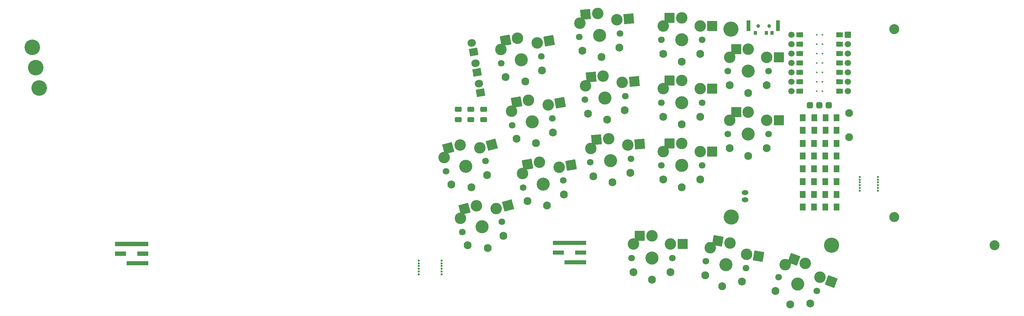
<source format=gbr>
%TF.GenerationSoftware,KiCad,Pcbnew,(6.0.8)*%
%TF.CreationDate,2023-01-01T22:00:03+01:00*%
%TF.ProjectId,rule169,72756c65-3136-4392-9e6b-696361645f70,v1.0.0*%
%TF.SameCoordinates,Original*%
%TF.FileFunction,Soldermask,Bot*%
%TF.FilePolarity,Negative*%
%FSLAX46Y46*%
G04 Gerber Fmt 4.6, Leading zero omitted, Abs format (unit mm)*
G04 Created by KiCad (PCBNEW (6.0.8)) date 2023-01-01 22:00:03*
%MOMM*%
%LPD*%
G01*
G04 APERTURE LIST*
G04 Aperture macros list*
%AMRoundRect*
0 Rectangle with rounded corners*
0 $1 Rounding radius*
0 $2 $3 $4 $5 $6 $7 $8 $9 X,Y pos of 4 corners*
0 Add a 4 corners polygon primitive as box body*
4,1,4,$2,$3,$4,$5,$6,$7,$8,$9,$2,$3,0*
0 Add four circle primitives for the rounded corners*
1,1,$1+$1,$2,$3*
1,1,$1+$1,$4,$5*
1,1,$1+$1,$6,$7*
1,1,$1+$1,$8,$9*
0 Add four rect primitives between the rounded corners*
20,1,$1+$1,$2,$3,$4,$5,0*
20,1,$1+$1,$4,$5,$6,$7,0*
20,1,$1+$1,$6,$7,$8,$9,0*
20,1,$1+$1,$8,$9,$2,$3,0*%
%AMHorizOval*
0 Thick line with rounded ends*
0 $1 width*
0 $2 $3 position (X,Y) of the first rounded end (center of the circle)*
0 $4 $5 position (X,Y) of the second rounded end (center of the circle)*
0 Add line between two ends*
20,1,$1,$2,$3,$4,$5,0*
0 Add two circle primitives to create the rounded ends*
1,1,$1,$2,$3*
1,1,$1,$4,$5*%
%AMFreePoly0*
4,1,14,0.635355,0.435355,0.650000,0.400000,0.650000,0.200000,0.635355,0.164645,0.035355,-0.435355,0.000000,-0.450000,-0.035355,-0.435355,-0.635355,0.164645,-0.650000,0.200000,-0.650000,0.400000,-0.635355,0.435355,-0.600000,0.450000,0.600000,0.450000,0.635355,0.435355,0.635355,0.435355,$1*%
%AMFreePoly1*
4,1,16,0.635355,1.035355,0.650000,1.000000,0.650000,-0.250000,0.635355,-0.285355,0.600000,-0.300000,-0.600000,-0.300000,-0.635355,-0.285355,-0.650000,-0.250000,-0.650000,1.000000,-0.635355,1.035355,-0.600000,1.050000,-0.564645,1.035355,0.000000,0.470710,0.564645,1.035355,0.600000,1.050000,0.635355,1.035355,0.635355,1.035355,$1*%
G04 Aperture macros list end*
%ADD10C,0.000000*%
%ADD11C,0.250000*%
%ADD12C,0.100000*%
%ADD13HorizOval,2.005000X-0.125071X-0.022053X0.125071X0.022053X0*%
%ADD14RoundRect,0.050000X1.228500X-0.750576X0.897700X1.125483X-1.228500X0.750576X-0.897700X-1.125483X0*%
%ADD15C,3.100000*%
%ADD16C,3.529000*%
%ADD17C,1.801800*%
%ADD18RoundRect,0.050000X-1.181751X-1.408356X1.408356X-1.181751X1.181751X1.408356X-1.408356X1.181751X0*%
%ADD19C,2.132000*%
%ADD20RoundRect,0.050000X-0.750000X0.900000X-0.750000X-0.900000X0.750000X-0.900000X0.750000X0.900000X0*%
%ADD21C,0.600000*%
%ADD22RoundRect,0.050000X-1.300000X-1.300000X1.300000X-1.300000X1.300000X1.300000X-1.300000X1.300000X0*%
%ADD23C,4.200000*%
%ADD24C,2.700000*%
%ADD25RoundRect,0.050000X-0.919239X-1.592168X1.592168X-0.919239X0.919239X1.592168X-1.592168X0.919239X0*%
%ADD26C,1.000000*%
%ADD27RoundRect,0.050000X0.350000X0.500000X-0.350000X0.500000X-0.350000X-0.500000X0.350000X-0.500000X0*%
%ADD28RoundRect,0.050000X-0.500000X1.400000X-0.500000X-1.400000X0.500000X-1.400000X0.500000X1.400000X0*%
%ADD29C,4.100000*%
%ADD30RoundRect,0.050000X-1.054507X-1.505993X1.505993X-1.054507X1.054507X1.505993X-1.505993X1.054507X0*%
%ADD31FreePoly0,270.000000*%
%ADD32RoundRect,0.050000X-0.800000X0.800000X-0.800000X-0.800000X0.800000X-0.800000X0.800000X0.800000X0*%
%ADD33C,1.700000*%
%ADD34FreePoly0,90.000000*%
%ADD35FreePoly1,90.000000*%
%ADD36FreePoly1,270.000000*%
%ADD37RoundRect,0.450000X-0.400000X-0.400000X0.400000X-0.400000X0.400000X0.400000X-0.400000X0.400000X0*%
%ADD38O,1.850000X1.300000*%
%ADD39C,2.100000*%
%ADD40RoundRect,0.050000X-1.666227X-0.776974X0.776974X-1.666227X1.666227X0.776974X-0.776974X1.666227X0*%
%ADD41RoundRect,0.050000X-1.505993X-1.054507X1.054507X-1.505993X1.505993X1.054507X-1.054507X1.505993X0*%
%ADD42RoundRect,0.300000X-0.625000X0.375000X-0.625000X-0.375000X0.625000X-0.375000X0.625000X0.375000X0*%
G04 APERTURE END LIST*
D10*
G36*
X180892956Y-87796824D02*
G01*
X171922527Y-87796825D01*
X171922527Y-86666873D01*
X180892956Y-86666873D01*
X180892956Y-87796824D01*
G37*
G36*
X56603308Y-90700656D02*
G01*
X53643152Y-90700656D01*
X53643152Y-89570705D01*
X56603307Y-89570705D01*
X56603308Y-90700656D01*
G37*
G36*
X174882683Y-90410205D02*
G01*
X171922527Y-90410205D01*
X171922527Y-89280254D01*
X174882682Y-89280254D01*
X174882683Y-90410205D01*
G37*
G36*
X180892608Y-90410205D02*
G01*
X177932444Y-90410205D01*
X177932449Y-89280254D01*
X180892608Y-89280254D01*
X180892608Y-90410205D01*
G37*
G36*
X62613581Y-88087275D02*
G01*
X53643152Y-88087276D01*
X53643152Y-86957324D01*
X62613581Y-86957324D01*
X62613581Y-88087275D01*
G37*
G36*
X180892601Y-93023578D02*
G01*
X174972286Y-93023578D01*
X174972286Y-91893985D01*
X180892601Y-91893985D01*
X180892601Y-93023578D01*
G37*
G36*
X180892956Y-87796824D02*
G01*
X171922527Y-87796825D01*
X171922527Y-86666873D01*
X180892956Y-86666873D01*
X180892956Y-87796824D01*
G37*
G36*
X62613226Y-93314029D02*
G01*
X56692911Y-93314029D01*
X56692911Y-92184436D01*
X62613226Y-92184436D01*
X62613226Y-93314029D01*
G37*
G36*
X180892608Y-90410205D02*
G01*
X177932444Y-90410205D01*
X177932449Y-89280254D01*
X180892608Y-89280254D01*
X180892608Y-90410205D01*
G37*
G36*
X180892601Y-93023578D02*
G01*
X174972286Y-93023578D01*
X174972286Y-91893985D01*
X180892601Y-91893985D01*
X180892601Y-93023578D01*
G37*
G36*
X174882683Y-90410205D02*
G01*
X171922527Y-90410205D01*
X171922527Y-89280254D01*
X174882682Y-89280254D01*
X174882683Y-90410205D01*
G37*
G36*
X62613233Y-90700656D02*
G01*
X59653069Y-90700656D01*
X59653074Y-89570705D01*
X62613233Y-89570705D01*
X62613233Y-90700656D01*
G37*
D11*
%TO.C,U1*%
X243287209Y-43659069D02*
G75*
G03*
X243287209Y-43659069I-125000J0D01*
G01*
X244811209Y-46199069D02*
G75*
G03*
X244811209Y-46199069I-125000J0D01*
G01*
X244811209Y-33499069D02*
G75*
G03*
X244811209Y-33499069I-125000J0D01*
G01*
X243287209Y-41119069D02*
G75*
G03*
X243287209Y-41119069I-125000J0D01*
G01*
X243287209Y-38579069D02*
G75*
G03*
X243287209Y-38579069I-125000J0D01*
G01*
X243287209Y-30959069D02*
G75*
G03*
X243287209Y-30959069I-125000J0D01*
G01*
X243287209Y-33499069D02*
G75*
G03*
X243287209Y-33499069I-125000J0D01*
G01*
X244811209Y-43659069D02*
G75*
G03*
X244811209Y-43659069I-125000J0D01*
G01*
X244811209Y-41119069D02*
G75*
G03*
X244811209Y-41119069I-125000J0D01*
G01*
X244811209Y-38579069D02*
G75*
G03*
X244811209Y-38579069I-125000J0D01*
G01*
X243287209Y-46199069D02*
G75*
G03*
X243287209Y-46199069I-125000J0D01*
G01*
X243287209Y-36039069D02*
G75*
G03*
X243287209Y-36039069I-125000J0D01*
G01*
X244811209Y-36039069D02*
G75*
G03*
X244811209Y-36039069I-125000J0D01*
G01*
X244811209Y-30959069D02*
G75*
G03*
X244811209Y-30959069I-125000J0D01*
G01*
G36*
X238844209Y-39087069D02*
G01*
X237828209Y-39087069D01*
X237828209Y-38071069D01*
X238844209Y-38071069D01*
X238844209Y-39087069D01*
G37*
D12*
X238844209Y-39087069D02*
X237828209Y-39087069D01*
X237828209Y-38071069D01*
X238844209Y-38071069D01*
X238844209Y-39087069D01*
G36*
X238844209Y-36547069D02*
G01*
X237828209Y-36547069D01*
X237828209Y-35531069D01*
X238844209Y-35531069D01*
X238844209Y-36547069D01*
G37*
X238844209Y-36547069D02*
X237828209Y-36547069D01*
X237828209Y-35531069D01*
X238844209Y-35531069D01*
X238844209Y-36547069D01*
G36*
X250020209Y-41627069D02*
G01*
X249004209Y-41627069D01*
X249004209Y-40611069D01*
X250020209Y-40611069D01*
X250020209Y-41627069D01*
G37*
X250020209Y-41627069D02*
X249004209Y-41627069D01*
X249004209Y-40611069D01*
X250020209Y-40611069D01*
X250020209Y-41627069D01*
G36*
X250020209Y-46707069D02*
G01*
X249004209Y-46707069D01*
X249004209Y-45691069D01*
X250020209Y-45691069D01*
X250020209Y-46707069D01*
G37*
X250020209Y-46707069D02*
X249004209Y-46707069D01*
X249004209Y-45691069D01*
X250020209Y-45691069D01*
X250020209Y-46707069D01*
G36*
X238844209Y-44167069D02*
G01*
X237828209Y-44167069D01*
X237828209Y-43151069D01*
X238844209Y-43151069D01*
X238844209Y-44167069D01*
G37*
X238844209Y-44167069D02*
X237828209Y-44167069D01*
X237828209Y-43151069D01*
X238844209Y-43151069D01*
X238844209Y-44167069D01*
G36*
X250020209Y-34007069D02*
G01*
X249004209Y-34007069D01*
X249004209Y-32991069D01*
X250020209Y-32991069D01*
X250020209Y-34007069D01*
G37*
X250020209Y-34007069D02*
X249004209Y-34007069D01*
X249004209Y-32991069D01*
X250020209Y-32991069D01*
X250020209Y-34007069D01*
G36*
X238844209Y-46707069D02*
G01*
X237828209Y-46707069D01*
X237828209Y-45691069D01*
X238844209Y-45691069D01*
X238844209Y-46707069D01*
G37*
X238844209Y-46707069D02*
X237828209Y-46707069D01*
X237828209Y-45691069D01*
X238844209Y-45691069D01*
X238844209Y-46707069D01*
G36*
X250020209Y-31467069D02*
G01*
X249004209Y-31467069D01*
X249004209Y-30451069D01*
X250020209Y-30451069D01*
X250020209Y-31467069D01*
G37*
X250020209Y-31467069D02*
X249004209Y-31467069D01*
X249004209Y-30451069D01*
X250020209Y-30451069D01*
X250020209Y-31467069D01*
G36*
X250020209Y-39087069D02*
G01*
X249004209Y-39087069D01*
X249004209Y-38071069D01*
X250020209Y-38071069D01*
X250020209Y-39087069D01*
G37*
X250020209Y-39087069D02*
X249004209Y-39087069D01*
X249004209Y-38071069D01*
X250020209Y-38071069D01*
X250020209Y-39087069D01*
G36*
X238844209Y-41627069D02*
G01*
X237828209Y-41627069D01*
X237828209Y-40611069D01*
X238844209Y-40611069D01*
X238844209Y-41627069D01*
G37*
X238844209Y-41627069D02*
X237828209Y-41627069D01*
X237828209Y-40611069D01*
X238844209Y-40611069D01*
X238844209Y-41627069D01*
G36*
X238844209Y-31467069D02*
G01*
X237828209Y-31467069D01*
X237828209Y-30451069D01*
X238844209Y-30451069D01*
X238844209Y-31467069D01*
G37*
X238844209Y-31467069D02*
X237828209Y-31467069D01*
X237828209Y-30451069D01*
X238844209Y-30451069D01*
X238844209Y-31467069D01*
G36*
X250020209Y-36547069D02*
G01*
X249004209Y-36547069D01*
X249004209Y-35531069D01*
X250020209Y-35531069D01*
X250020209Y-36547069D01*
G37*
X250020209Y-36547069D02*
X249004209Y-36547069D01*
X249004209Y-35531069D01*
X250020209Y-35531069D01*
X250020209Y-36547069D01*
G36*
X238844209Y-34007069D02*
G01*
X237828209Y-34007069D01*
X237828209Y-32991069D01*
X238844209Y-32991069D01*
X238844209Y-34007069D01*
G37*
X238844209Y-34007069D02*
X237828209Y-34007069D01*
X237828209Y-32991069D01*
X238844209Y-32991069D01*
X238844209Y-34007069D01*
G36*
X250020209Y-44167069D02*
G01*
X249004209Y-44167069D01*
X249004209Y-43151069D01*
X250020209Y-43151069D01*
X250020209Y-44167069D01*
G37*
X250020209Y-44167069D02*
X249004209Y-44167069D01*
X249004209Y-43151069D01*
X250020209Y-43151069D01*
X250020209Y-44167069D01*
%TD*%
D13*
%TO.C,L1*%
X149984042Y-33150014D03*
D14*
X150422330Y-35635669D03*
%TD*%
D15*
%TO.C,S11*%
X186940985Y-59043894D03*
X182151754Y-61671301D03*
X192113701Y-60799743D03*
D16*
X187459562Y-64971252D03*
D17*
X181980491Y-65450609D03*
X192938633Y-64491895D03*
D18*
X183678448Y-59329329D03*
D19*
X187973781Y-70848801D03*
X192771727Y-68321013D03*
D18*
X195376239Y-60514308D03*
D19*
X182809780Y-69192571D03*
%TD*%
D20*
%TO.C,D2*%
X245500765Y-53384830D03*
X245500765Y-56784830D03*
%TD*%
D21*
%TO.C,REF\u002A\u002A*%
X135684000Y-92003000D03*
X135684000Y-93483000D03*
X135684000Y-94963000D03*
X135684000Y-92743000D03*
X135684000Y-95703000D03*
X135684000Y-94223000D03*
%TD*%
D20*
%TO.C,D12*%
X239396434Y-67240275D03*
X239396434Y-70640275D03*
%TD*%
D16*
%TO.C,S13*%
X224648729Y-57803880D03*
D17*
X230148729Y-57803880D03*
X219148729Y-57803880D03*
D15*
X224648729Y-51853880D03*
X229648729Y-54053880D03*
X219648729Y-54053880D03*
D19*
X224648729Y-63703880D03*
D22*
X221373729Y-51853880D03*
D19*
X219648729Y-61603880D03*
D22*
X232923729Y-54053880D03*
D19*
X229648729Y-61603880D03*
%TD*%
D20*
%TO.C,D16*%
X242444430Y-74167999D03*
X242444430Y-77567999D03*
%TD*%
D15*
%TO.C,S4*%
X229648731Y-37053873D03*
D17*
X219148731Y-40803873D03*
D16*
X224648731Y-40803873D03*
D15*
X219648731Y-37053873D03*
X224648731Y-34853873D03*
D17*
X230148731Y-40803873D03*
D22*
X221373731Y-34853873D03*
D19*
X224648731Y-46703873D03*
X219648731Y-44603873D03*
D22*
X232923731Y-37053873D03*
D19*
X229648731Y-44603873D03*
%TD*%
D21*
%TO.C,REF\u002A\u002A*%
X254762000Y-70137000D03*
X254762000Y-70877000D03*
X254762000Y-72357000D03*
X254762000Y-73097000D03*
X254762000Y-71617000D03*
X254762000Y-69397000D03*
%TD*%
D23*
%TO.C,*%
X32179313Y-39887738D03*
%TD*%
D24*
%TO.C,*%
X264116865Y-80270476D03*
%TD*%
D20*
%TO.C,D4*%
X239396428Y-53384830D03*
X239396428Y-56784830D03*
%TD*%
%TO.C,D5*%
X248540436Y-60312552D03*
X248540436Y-63712552D03*
%TD*%
%TO.C,D14*%
X248540430Y-74168000D03*
X248540430Y-77568000D03*
%TD*%
D15*
%TO.C,S12*%
X211648730Y-62553877D03*
D17*
X201148730Y-66303877D03*
D16*
X206648730Y-66303877D03*
D17*
X212148730Y-66303877D03*
D15*
X206648730Y-60353877D03*
X201648730Y-62553877D03*
D22*
X203373730Y-60353877D03*
D19*
X206648730Y-72203877D03*
X211648730Y-70103877D03*
X201648730Y-70103877D03*
D22*
X214923730Y-62553877D03*
%TD*%
D20*
%TO.C,D15*%
X245492430Y-74167999D03*
X245492430Y-77567999D03*
%TD*%
D24*
%TO.C,*%
X291199906Y-87884000D03*
%TD*%
%TO.C,REF\u002A\u002A*%
X264066063Y-29408473D03*
%TD*%
D20*
%TO.C,D8*%
X239396424Y-60312553D03*
X239396424Y-63712553D03*
%TD*%
D15*
%TO.C,S3*%
X201648726Y-28553870D03*
D17*
X201148726Y-32303870D03*
D15*
X211648726Y-28553870D03*
X206648726Y-26353870D03*
D16*
X206648726Y-32303870D03*
D17*
X212148726Y-32303870D03*
D22*
X203373726Y-26353870D03*
D19*
X206648726Y-38203870D03*
X211648726Y-36103870D03*
D22*
X214923726Y-28553870D03*
D19*
X201648726Y-36103870D03*
%TD*%
D15*
%TO.C,S2*%
X183977693Y-25173273D03*
X179188462Y-27800680D03*
D17*
X179017199Y-31579988D03*
D15*
X189150409Y-26929122D03*
D17*
X189975341Y-30621274D03*
D16*
X184496270Y-31100631D03*
D18*
X180715156Y-25458708D03*
D19*
X185010489Y-36978180D03*
D18*
X192412947Y-26643687D03*
D19*
X179846488Y-35321950D03*
X189808435Y-34450392D03*
%TD*%
D23*
%TO.C,*%
X33148424Y-45383831D03*
%TD*%
D21*
%TO.C,REF\u002A\u002A*%
X141859000Y-94963000D03*
X141859000Y-95703000D03*
X141859000Y-93483000D03*
X141859000Y-92003000D03*
X141859000Y-94223000D03*
X141859000Y-92743000D03*
%TD*%
D15*
%TO.C,S8*%
X201648724Y-45553883D03*
X206648724Y-43353883D03*
D17*
X201148724Y-49303883D03*
D16*
X206648724Y-49303883D03*
D15*
X211648724Y-45553883D03*
D17*
X212148724Y-49303883D03*
D19*
X206648724Y-55203883D03*
D22*
X203373724Y-43353883D03*
D19*
X211648724Y-53103883D03*
D22*
X214923724Y-45553883D03*
D19*
X201648724Y-53103883D03*
%TD*%
D17*
%TO.C,S5*%
X153640966Y-65059790D03*
D16*
X148328374Y-66483295D03*
D17*
X143015782Y-67906800D03*
D15*
X142528173Y-64155168D03*
X146788401Y-60736036D03*
X152187432Y-61566978D03*
D25*
X143624994Y-61583669D03*
D19*
X149855406Y-72182257D03*
X154141516Y-68859718D03*
D25*
X155350839Y-60719346D03*
D19*
X144482257Y-71447908D03*
%TD*%
D20*
%TO.C,D10*%
X245492428Y-67240275D03*
X245492428Y-70640275D03*
%TD*%
D26*
%TO.C,PSW1*%
X230314000Y-28614566D03*
X227314000Y-28564566D03*
D27*
X226564000Y-30414566D03*
X229564000Y-30414566D03*
X231064000Y-30414566D03*
D28*
X224714000Y-28514566D03*
X232664000Y-28514566D03*
%TD*%
D20*
%TO.C,D6*%
X245492431Y-60312553D03*
X245492431Y-63712553D03*
%TD*%
%TO.C,D1*%
X248540433Y-53384830D03*
X248540433Y-56784830D03*
%TD*%
D29*
%TO.C,REF\u002A\u002A*%
X220008156Y-29408474D03*
%TD*%
D15*
%TO.C,S6*%
X160741920Y-51658472D03*
D17*
X160900696Y-55438325D03*
D16*
X166317139Y-54483260D03*
D15*
X170589997Y-49921990D03*
X165283932Y-48623654D03*
D17*
X171733582Y-53528195D03*
D30*
X162058687Y-49192352D03*
D19*
X167341663Y-60293626D03*
D30*
X173815242Y-49353292D03*
D19*
X162052963Y-59093770D03*
X171901041Y-57357289D03*
%TD*%
D15*
%TO.C,S9*%
X146928096Y-80575913D03*
D17*
X147415705Y-84327545D03*
X158040889Y-81480535D03*
D15*
X151188324Y-77156781D03*
X156587355Y-77987723D03*
D16*
X152728297Y-82904040D03*
D25*
X148024917Y-78004414D03*
D19*
X154255329Y-88603002D03*
X148882180Y-87868653D03*
X158541439Y-85280463D03*
D25*
X159750762Y-77140091D03*
%TD*%
D31*
%TO.C,U1*%
X249766209Y-33499069D03*
D32*
X251544209Y-30959069D03*
D33*
X236304209Y-46199069D03*
X251544209Y-33499069D03*
X251544209Y-41119069D03*
X251544209Y-43659069D03*
D34*
X238082209Y-41119069D03*
X238082209Y-33499069D03*
D31*
X249766209Y-43659069D03*
D33*
X251544209Y-38579069D03*
D31*
X249766209Y-36039069D03*
X249766209Y-38579069D03*
D34*
X238082209Y-43659069D03*
D31*
X249766209Y-46199069D03*
D34*
X238082209Y-36039069D03*
D33*
X251544209Y-46199069D03*
D34*
X238082209Y-38579069D03*
D33*
X236304209Y-36039069D03*
X236304209Y-41119069D03*
X236304209Y-43659069D03*
X236304209Y-33499069D03*
D31*
X249766209Y-41119069D03*
D34*
X238082209Y-46199069D03*
X238082209Y-30959069D03*
D33*
X236304209Y-38579069D03*
X251544209Y-36039069D03*
D31*
X249766209Y-30959069D03*
D33*
X236304209Y-30959069D03*
X251544209Y-30959069D03*
D35*
X239098209Y-30959069D03*
X239098209Y-33499069D03*
X239098209Y-36039069D03*
X239098209Y-38579069D03*
X239098209Y-41119069D03*
X239098209Y-43659069D03*
X239098209Y-46199069D03*
D36*
X248750209Y-46199069D03*
X248750209Y-43659069D03*
X248750209Y-41119069D03*
X248750209Y-38579069D03*
X248750209Y-36039069D03*
X248750209Y-33499069D03*
X248750209Y-30959069D03*
D37*
X246362609Y-50009069D03*
X241282609Y-50009069D03*
X243822609Y-50009069D03*
%TD*%
D17*
%TO.C,S1*%
X157948682Y-38696591D03*
D15*
X157789906Y-34916738D03*
X162331918Y-31881920D03*
D16*
X163365125Y-37741526D03*
D17*
X168781568Y-36786461D03*
D15*
X167637983Y-33180256D03*
D30*
X159106673Y-32450618D03*
D19*
X164389649Y-43551892D03*
D30*
X170863228Y-32611558D03*
D19*
X168949027Y-40615555D03*
X159100949Y-42352036D03*
%TD*%
D20*
%TO.C,D11*%
X242444431Y-67240275D03*
X242444431Y-70640275D03*
%TD*%
%TO.C,D9*%
X248540426Y-67240275D03*
X248540426Y-70640275D03*
%TD*%
D17*
%TO.C,S7*%
X180498835Y-48515300D03*
D15*
X180670098Y-44735992D03*
X190632045Y-43864434D03*
X185459329Y-42108585D03*
D17*
X191456977Y-47556586D03*
D16*
X185977906Y-48035943D03*
D18*
X182196792Y-42394020D03*
D19*
X186492125Y-53913492D03*
X181328124Y-52257262D03*
D18*
X193894583Y-43578999D03*
D19*
X191290071Y-51385704D03*
%TD*%
D38*
%TO.C,BT1*%
X223775423Y-75609831D03*
X223775423Y-73609831D03*
%TD*%
D29*
%TO.C,*%
X220058958Y-80270473D03*
%TD*%
D39*
%TO.C,RSW1*%
X251870956Y-52141473D03*
X251870956Y-58641473D03*
%TD*%
D15*
%TO.C,S10*%
X168235944Y-65447177D03*
X163693932Y-68481995D03*
D17*
X163852708Y-72261848D03*
X174685594Y-70351718D03*
D15*
X173542009Y-66745513D03*
D16*
X169269151Y-71306783D03*
D19*
X170293675Y-77117149D03*
D30*
X165010699Y-66015875D03*
D19*
X174853053Y-74180812D03*
D30*
X176767254Y-66176815D03*
D19*
X165004975Y-75917293D03*
%TD*%
D15*
%TO.C,S14*%
X234616419Y-93115550D03*
X240067327Y-92758327D03*
X244013346Y-96535751D03*
D17*
X243200616Y-100230609D03*
D16*
X238032307Y-98349498D03*
D17*
X232863998Y-96468387D03*
D19*
X236014388Y-103893684D03*
D40*
X236989834Y-91638211D03*
D19*
X241431094Y-103630431D03*
X232034167Y-100210229D03*
D40*
X247090839Y-97655867D03*
%TD*%
D21*
%TO.C,REF\u002A\u002A*%
X259667000Y-70877000D03*
X259667000Y-72357000D03*
X259667000Y-69397000D03*
X259667000Y-73097000D03*
X259667000Y-71617000D03*
X259667000Y-70137000D03*
%TD*%
D15*
%TO.C,S15*%
X224223936Y-90279092D03*
X214375859Y-88542610D03*
D17*
X213232274Y-92148815D03*
D15*
X219681924Y-87244274D03*
D16*
X218648717Y-93103880D03*
D17*
X224065160Y-94058945D03*
D19*
X217624193Y-98914246D03*
D41*
X216456678Y-86675576D03*
D19*
X213064815Y-95977909D03*
D41*
X227449182Y-90847790D03*
D19*
X222912893Y-97714390D03*
%TD*%
D20*
%TO.C,D7*%
X242444428Y-60312553D03*
X242444428Y-63712553D03*
%TD*%
D23*
%TO.C,*%
X31215848Y-34387150D03*
%TD*%
D20*
%TO.C,D13*%
X239396430Y-74167999D03*
X239396430Y-77567999D03*
%TD*%
D13*
%TO.C,L2*%
X150952999Y-38645246D03*
D14*
X151391287Y-41130901D03*
%TD*%
D13*
%TO.C,L3*%
X151921957Y-44140474D03*
D14*
X152360245Y-46626129D03*
%TD*%
D20*
%TO.C,D3*%
X242461096Y-53384830D03*
X242461096Y-56784830D03*
%TD*%
D29*
%TO.C,*%
X247141998Y-87883997D03*
%TD*%
D15*
%TO.C,S16*%
X198648728Y-85353877D03*
D17*
X193148728Y-91303877D03*
D16*
X198648728Y-91303877D03*
D17*
X204148728Y-91303877D03*
D15*
X193648728Y-87553877D03*
X203648728Y-87553877D03*
D22*
X195373728Y-85353877D03*
D19*
X198648728Y-97203877D03*
X203648728Y-95103877D03*
X193648728Y-95103877D03*
D22*
X206923728Y-87553877D03*
%TD*%
D42*
%TO.C,R2*%
X149734424Y-51098831D03*
X149734424Y-53898831D03*
%TD*%
%TO.C,R1*%
X146305423Y-51098831D03*
X146305423Y-53898831D03*
%TD*%
%TO.C,R3*%
X153163424Y-51098831D03*
X153163424Y-53898831D03*
%TD*%
M02*

</source>
